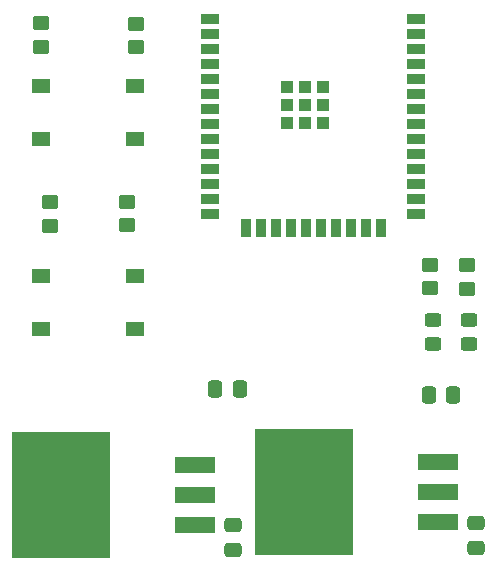
<source format=gtp>
%TF.GenerationSoftware,KiCad,Pcbnew,8.0.0*%
%TF.CreationDate,2024-12-15T14:54:56+05:30*%
%TF.ProjectId,RFID_1,52464944-5f31-42e6-9b69-6361645f7063,rev?*%
%TF.SameCoordinates,Original*%
%TF.FileFunction,Paste,Top*%
%TF.FilePolarity,Positive*%
%FSLAX46Y46*%
G04 Gerber Fmt 4.6, Leading zero omitted, Abs format (unit mm)*
G04 Created by KiCad (PCBNEW 8.0.0) date 2024-12-15 14:54:56*
%MOMM*%
%LPD*%
G01*
G04 APERTURE LIST*
G04 Aperture macros list*
%AMRoundRect*
0 Rectangle with rounded corners*
0 $1 Rounding radius*
0 $2 $3 $4 $5 $6 $7 $8 $9 X,Y pos of 4 corners*
0 Add a 4 corners polygon primitive as box body*
4,1,4,$2,$3,$4,$5,$6,$7,$8,$9,$2,$3,0*
0 Add four circle primitives for the rounded corners*
1,1,$1+$1,$2,$3*
1,1,$1+$1,$4,$5*
1,1,$1+$1,$6,$7*
1,1,$1+$1,$8,$9*
0 Add four rect primitives between the rounded corners*
20,1,$1+$1,$2,$3,$4,$5,0*
20,1,$1+$1,$4,$5,$6,$7,0*
20,1,$1+$1,$6,$7,$8,$9,0*
20,1,$1+$1,$8,$9,$2,$3,0*%
G04 Aperture macros list end*
%ADD10R,3.505200X1.397000*%
%ADD11R,8.407400X10.718800*%
%ADD12RoundRect,0.250000X0.450000X-0.350000X0.450000X0.350000X-0.450000X0.350000X-0.450000X-0.350000X0*%
%ADD13RoundRect,0.250000X-0.475000X0.337500X-0.475000X-0.337500X0.475000X-0.337500X0.475000X0.337500X0*%
%ADD14RoundRect,0.250000X-0.450000X0.350000X-0.450000X-0.350000X0.450000X-0.350000X0.450000X0.350000X0*%
%ADD15R,1.550000X1.300000*%
%ADD16RoundRect,0.250000X-0.337500X-0.475000X0.337500X-0.475000X0.337500X0.475000X-0.337500X0.475000X0*%
%ADD17RoundRect,0.250000X0.450000X-0.325000X0.450000X0.325000X-0.450000X0.325000X-0.450000X-0.325000X0*%
%ADD18R,1.500000X0.900000*%
%ADD19R,0.900000X1.500000*%
%ADD20R,1.050000X1.050000*%
G04 APERTURE END LIST*
D10*
%TO.C,U3*%
X164050300Y-121140000D03*
X164050300Y-118600000D03*
X164050300Y-116060000D03*
D11*
X152709200Y-118600000D03*
%TD*%
D12*
%TO.C,R3*%
X131241800Y-96037400D03*
X131241800Y-94037400D03*
%TD*%
D13*
%TO.C,C3*%
X167275000Y-121250000D03*
X167275000Y-123325000D03*
%TD*%
%TO.C,C4*%
X146750000Y-121400000D03*
X146750000Y-123475000D03*
%TD*%
D14*
%TO.C,R4*%
X137718800Y-94012000D03*
X137718800Y-96012000D03*
%TD*%
D15*
%TO.C,SW1*%
X130454600Y-84222200D03*
X138404600Y-84222200D03*
X130454600Y-88722200D03*
X138404600Y-88722200D03*
%TD*%
D14*
%TO.C,R2*%
X130479800Y-78873600D03*
X130479800Y-80873600D03*
%TD*%
D16*
%TO.C,C1*%
X163300000Y-110375000D03*
X165375000Y-110375000D03*
%TD*%
D17*
%TO.C,D4*%
X166674800Y-106045000D03*
X166674800Y-103995000D03*
%TD*%
D16*
%TO.C,C2*%
X145245000Y-109855000D03*
X147320000Y-109855000D03*
%TD*%
D18*
%TO.C,U1*%
X144755200Y-78511400D03*
X144755200Y-79781400D03*
X144755200Y-81051400D03*
X144755200Y-82321400D03*
X144755200Y-83591400D03*
X144755200Y-84861400D03*
X144755200Y-86131400D03*
X144755200Y-87401400D03*
X144755200Y-88671400D03*
X144755200Y-89941400D03*
X144755200Y-91211400D03*
X144755200Y-92481400D03*
X144755200Y-93751400D03*
X144755200Y-95021400D03*
D19*
X147795200Y-96271400D03*
X149065200Y-96271400D03*
X150335200Y-96271400D03*
X151605200Y-96271400D03*
X152875200Y-96271400D03*
X154145200Y-96271400D03*
X155415200Y-96271400D03*
X156685200Y-96271400D03*
X157955200Y-96271400D03*
X159225200Y-96271400D03*
D18*
X162255200Y-95021400D03*
X162255200Y-93751400D03*
X162255200Y-92481400D03*
X162255200Y-91211400D03*
X162255200Y-89941400D03*
X162255200Y-88671400D03*
X162255200Y-87401400D03*
X162255200Y-86131400D03*
X162255200Y-84861400D03*
X162255200Y-83591400D03*
X162255200Y-82321400D03*
X162255200Y-81051400D03*
X162255200Y-79781400D03*
X162255200Y-78511400D03*
D20*
X151300200Y-84326400D03*
X151300200Y-85851400D03*
X151300200Y-87376400D03*
X152825200Y-84326400D03*
X152825200Y-85851400D03*
X152825200Y-87376400D03*
X154350200Y-84326400D03*
X154350200Y-85851400D03*
X154350200Y-87376400D03*
%TD*%
D15*
%TO.C,SW2*%
X130492600Y-100315200D03*
X138442600Y-100315200D03*
X130492600Y-104815200D03*
X138442600Y-104815200D03*
%TD*%
D10*
%TO.C,U2*%
X143546100Y-121390000D03*
X143546100Y-118850000D03*
X143546100Y-116310000D03*
D11*
X132205000Y-118850000D03*
%TD*%
D14*
%TO.C,R5*%
X163439600Y-99346400D03*
X163439600Y-101346400D03*
%TD*%
D17*
%TO.C,D1*%
X163634800Y-106045000D03*
X163634800Y-103995000D03*
%TD*%
D12*
%TO.C,R1*%
X138506200Y-80949800D03*
X138506200Y-78949800D03*
%TD*%
D14*
%TO.C,R8*%
X166538400Y-99397200D03*
X166538400Y-101397200D03*
%TD*%
M02*

</source>
